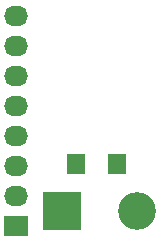
<source format=gbs>
G04 #@! TF.FileFunction,Soldermask,Bot*
%FSLAX46Y46*%
G04 Gerber Fmt 4.6, Leading zero omitted, Abs format (unit mm)*
G04 Created by KiCad (PCBNEW (2015-07-02 BZR 5871, Git 766da1e)-product) date 7/17/2015 2:49:37 PM*
%MOMM*%
G01*
G04 APERTURE LIST*
%ADD10C,0.100000*%
%ADD11R,1.600000X1.700000*%
%ADD12R,2.032000X1.727200*%
%ADD13O,2.032000X1.727200*%
%ADD14R,3.200000X3.200000*%
%ADD15O,3.200000X3.200000*%
G04 APERTURE END LIST*
D10*
D11*
X162623500Y-114789320D03*
X159148880Y-114789320D03*
D12*
X154051000Y-120078500D03*
D13*
X154051000Y-117538500D03*
X154051000Y-114998500D03*
X154051000Y-112458500D03*
X154051000Y-109918500D03*
X154051000Y-107378500D03*
X154051000Y-104838500D03*
X154051000Y-102298500D03*
D14*
X157924500Y-118808500D03*
D15*
X164274500Y-118808500D03*
M02*

</source>
